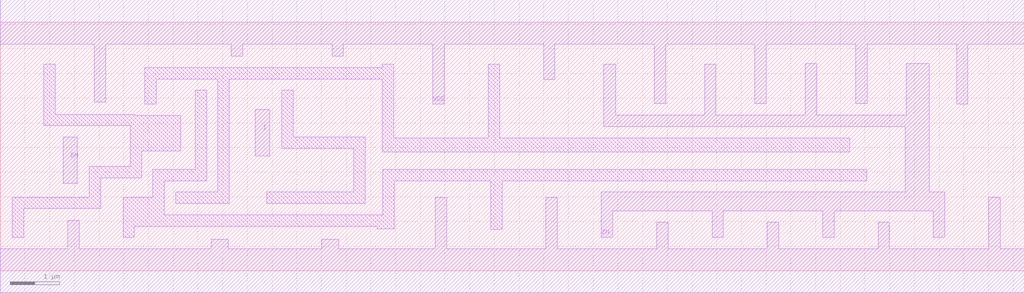
<source format=lef>
# Copyright 2022 GlobalFoundries PDK Authors
#
# Licensed under the Apache License, Version 2.0 (the "License");
# you may not use this file except in compliance with the License.
# You may obtain a copy of the License at
#
#      http://www.apache.org/licenses/LICENSE-2.0
#
# Unless required by applicable law or agreed to in writing, software
# distributed under the License is distributed on an "AS IS" BASIS,
# WITHOUT WARRANTIES OR CONDITIONS OF ANY KIND, either express or implied.
# See the License for the specific language governing permissions and
# limitations under the License.

MACRO gf180mcu_fd_sc_mcu9t5v0__invz_8
  CLASS core ;
  FOREIGN gf180mcu_fd_sc_mcu9t5v0__invz_8 0.0 0.0 ;
  ORIGIN 0 0 ;
  SYMMETRY X Y ;
  SITE GF018hv5v_green_sc9 ;
  SIZE 20.72 BY 5.04 ;
  PIN EN
    DIRECTION INPUT ;
    ANTENNAGATEAREA 3.384 ;
    PORT
      LAYER METAL1 ;
        POLYGON 1.27 1.77 1.555 1.77 1.555 2.71 1.27 2.71  ;
    END
  END EN
  PIN I
    DIRECTION INPUT ;
    ANTENNAGATEAREA 3.384 ;
    PORT
      LAYER METAL1 ;
        POLYGON 5.165 2.33 5.45 2.33 5.45 3.27 5.165 3.27  ;
    END
  END I
  PIN ZN
    DIRECTION OUTPUT ;
    ANTENNADIFFAREA 6.6696 ;
    PORT
      LAYER METAL1 ;
        POLYGON 12.215 2.925 17.195 2.925 17.535 2.925 18.315 2.925 18.315 1.595 12.165 1.595 12.165 0.68 12.395 0.68 12.395 1.21 14.405 1.21 14.405 0.68 14.635 0.68 14.635 1.215 16.645 1.215 16.645 0.68 16.875 0.68 16.875 1.21 18.885 1.21 18.885 0.68 19.115 0.68 19.115 1.595 18.805 1.595 18.805 4.195 18.335 4.195 18.335 3.155 17.535 3.155 17.195 3.155 16.525 3.155 16.525 4.195 16.295 4.195 16.295 3.155 14.485 3.155 14.485 4.19 14.255 4.19 14.255 3.155 12.455 3.155 12.455 4.19 12.215 4.19  ;
    END
  END ZN
  PIN VDD
    DIRECTION INOUT ;
    USE power ;
    SHAPE ABUTMENT ;
    PORT
      LAYER METAL1 ;
        POLYGON 0 4.59 1.905 4.59 1.905 3.42 2.135 3.42 2.135 4.59 4.675 4.59 4.675 4.35 4.905 4.35 4.905 4.59 6.715 4.59 6.715 4.35 6.945 4.35 6.945 4.59 8.755 4.59 8.755 3.38 8.985 3.38 8.985 4.59 10.995 4.59 10.995 3.88 11.225 3.88 11.225 4.59 13.235 4.59 13.235 3.385 13.465 3.385 13.465 4.59 15.275 4.59 15.275 3.385 15.505 3.385 15.505 4.59 17.195 4.59 17.315 4.59 17.315 3.385 17.535 3.385 17.545 3.385 17.545 4.59 19.355 4.59 19.355 3.38 19.585 3.38 19.585 4.59 20.72 4.59 20.72 5.49 17.535 5.49 17.195 5.49 0 5.49  ;
    END
  END VDD
  PIN VSS
    DIRECTION INOUT ;
    USE ground ;
    SHAPE ABUTMENT ;
    PORT
      LAYER METAL1 ;
        POLYGON 0 -0.45 20.72 -0.45 20.72 0.45 20.235 0.45 20.235 1.49 20.005 1.49 20.005 0.45 17.995 0.45 17.995 0.98 17.765 0.98 17.765 0.45 15.755 0.45 15.755 0.98 15.525 0.98 15.525 0.45 13.515 0.45 13.515 0.98 13.285 0.98 13.285 0.45 11.275 0.45 11.275 1.49 11.045 1.49 11.045 0.45 9.035 0.45 9.035 1.49 8.805 1.49 8.805 0.45 6.85 0.45 6.85 0.635 6.51 0.635 6.51 0.45 4.61 0.45 4.61 0.635 4.27 0.635 4.27 0.45 1.595 0.45 1.595 1.02 1.365 1.02 1.365 0.45 0 0.45  ;
    END
  END VSS
  OBS
      LAYER METAL1 ;
        POLYGON 0.885 2.94 2.63 2.94 2.63 2.11 1.805 2.11 1.805 1.49 0.245 1.49 0.245 0.68 0.475 0.68 0.475 1.26 2.035 1.26 2.035 1.88 2.86 1.88 2.86 2.425 3.65 2.425 3.65 3.15 2.725 3.15 2.725 3.17 1.115 3.17 1.115 4.19 0.885 4.19  ;
        POLYGON 5.695 2.48 7.155 2.48 7.155 1.595 5.39 1.595 5.39 1.365 7.385 1.365 7.385 2.71 5.925 2.71 5.925 3.66 5.695 3.66  ;
        POLYGON 2.925 3.38 3.155 3.38 3.155 3.89 4.405 3.89 4.405 1.595 3.55 1.595 3.55 1.365 4.635 1.365 4.635 3.89 7.735 3.89 7.735 2.405 17.195 2.405 17.195 2.695 10.105 2.695 10.105 4.19 9.875 4.19 9.875 2.695 7.965 2.695 7.965 4.19 7.735 4.19 7.735 4.12 2.925 4.12  ;
        POLYGON 2.485 0.68 2.715 0.68 2.715 0.905 7.63 0.905 7.63 0.855 7.975 0.855 7.975 1.825 9.925 1.825 9.925 0.84 10.155 0.84 10.155 1.825 17.535 1.825 17.535 2.055 7.745 2.055 7.745 1.135 3.32 1.135 3.32 1.825 4.175 1.825 4.175 3.66 3.945 3.66 3.945 2.055 3.09 2.055 3.09 1.49 2.485 1.49  ;
  END
END gf180mcu_fd_sc_mcu9t5v0__invz_8

</source>
